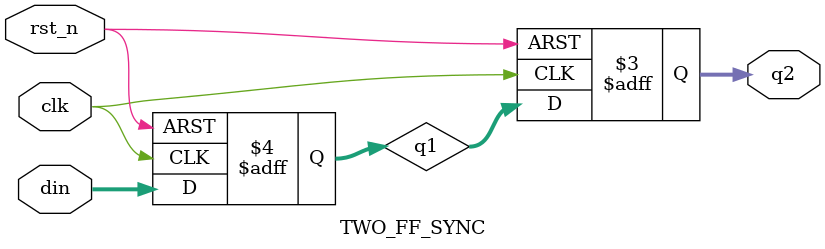
<source format=sv>
module TWO_FF_SYNC #(parameter SIZE=4)
  (output reg[SIZE-1:0] q2,
   input clk,rst_n,
   input [SIZE-1:0] din
  );
  
  reg [SIZE-1:0] q1;
  
  always @ (posedge clk or negedge rst_n)
    begin
      
      if (!rst_n)
      {q2,q1}<=0;
      else
      {q2,q1}<={q1,din};
      
    end
  
endmodule

</source>
